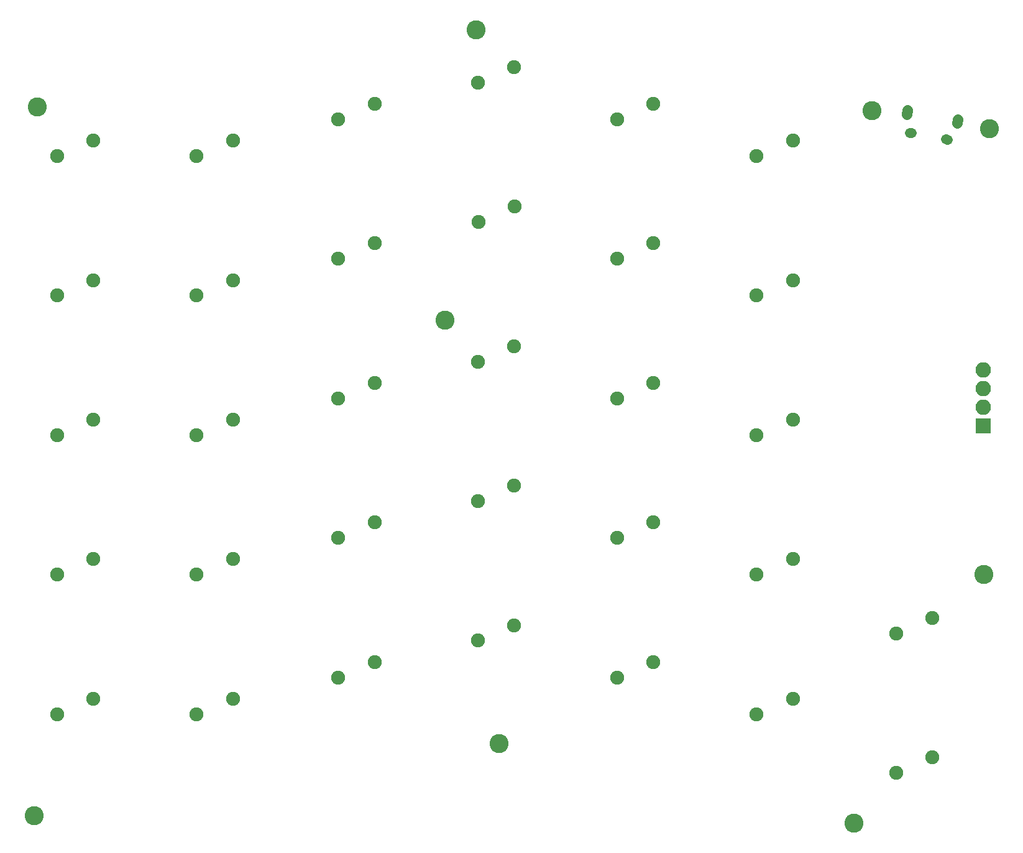
<source format=gbr>
G04 #@! TF.FileFunction,Soldermask,Bot*
%FSLAX46Y46*%
G04 Gerber Fmt 4.6, Leading zero omitted, Abs format (unit mm)*
G04 Created by KiCad (PCBNEW 4.0.7) date Wednesday, February 06, 2019 'PMt' 10:52:11 PM*
%MOMM*%
%LPD*%
G01*
G04 APERTURE LIST*
%ADD10C,0.100000*%
%ADD11C,1.350000*%
%ADD12C,1.400000*%
%ADD13R,2.100000X2.100000*%
%ADD14O,2.100000X2.100000*%
%ADD15C,1.900000*%
%ADD16C,2.600000*%
G04 APERTURE END LIST*
D10*
D11*
X165187717Y-59076917D02*
X164892275Y-59024823D01*
X160263679Y-58208676D02*
X159968237Y-58156582D01*
D12*
X166541407Y-56294715D02*
X166445901Y-56836359D01*
X159647753Y-55079178D02*
X159552247Y-55620822D01*
D13*
X170000000Y-98030000D03*
D14*
X170000000Y-95490000D03*
X170000000Y-92950000D03*
X170000000Y-90410000D03*
D15*
X48750000Y-59200000D03*
X43800000Y-61300000D03*
X48750000Y-78200000D03*
X43800000Y-80300000D03*
X48750000Y-97200000D03*
X43800000Y-99300000D03*
X48750000Y-116200000D03*
X43800000Y-118300000D03*
X48750000Y-135200000D03*
X43800000Y-137300000D03*
X67750000Y-59200000D03*
X62800000Y-61300000D03*
X67750000Y-78200000D03*
X62800000Y-80300000D03*
X67750000Y-97200000D03*
X62800000Y-99300000D03*
X67750000Y-116200000D03*
X62800000Y-118300000D03*
X67750000Y-135200000D03*
X62800000Y-137300000D03*
X87050000Y-54200000D03*
X82100000Y-56300000D03*
X87050000Y-73200000D03*
X82100000Y-75300000D03*
X87050000Y-92200000D03*
X82100000Y-94300000D03*
X87050000Y-111200000D03*
X82100000Y-113300000D03*
X87050000Y-130200000D03*
X82100000Y-132300000D03*
X106050000Y-49200000D03*
X101100000Y-51300000D03*
X106150000Y-68200000D03*
X101200000Y-70300000D03*
X106050000Y-87200000D03*
X101100000Y-89300000D03*
X106050000Y-106200000D03*
X101100000Y-108300000D03*
X106050000Y-125200000D03*
X101100000Y-127300000D03*
X125050000Y-54200000D03*
X120100000Y-56300000D03*
X125050000Y-73200000D03*
X120100000Y-75300000D03*
X125050000Y-92200000D03*
X120100000Y-94300000D03*
X125050000Y-111200000D03*
X120100000Y-113300000D03*
X125050000Y-130200000D03*
X120100000Y-132300000D03*
X144050000Y-59200000D03*
X139100000Y-61300000D03*
X144050000Y-78200000D03*
X139100000Y-80300000D03*
X144050000Y-97200000D03*
X139100000Y-99300000D03*
X144050000Y-116200000D03*
X139100000Y-118300000D03*
X144050000Y-135200000D03*
X139100000Y-137300000D03*
X163050000Y-143200000D03*
X158100000Y-145300000D03*
X163050000Y-124200000D03*
X158100000Y-126300000D03*
D16*
X41150000Y-54600000D03*
X154850000Y-55150000D03*
X170800000Y-57600000D03*
X100850000Y-44100000D03*
X96650000Y-83650000D03*
X40650000Y-151150000D03*
X104000000Y-141350000D03*
X152400000Y-152150000D03*
X170050000Y-118250000D03*
M02*

</source>
